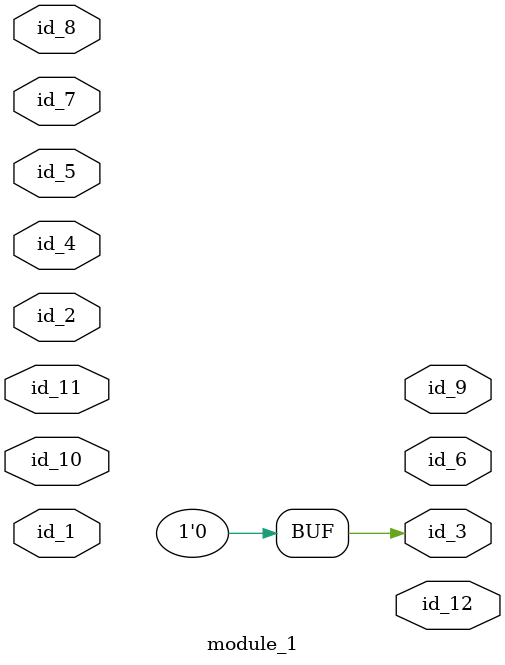
<source format=v>
module module_0 ();
  wire id_1;
endmodule
module module_1 (
    id_1,
    id_2,
    id_3,
    id_4,
    id_5,
    id_6,
    id_7,
    id_8,
    id_9,
    id_10,
    id_11,
    id_12
);
  output wire id_12;
  inout wire id_11;
  input wire id_10;
  output wire id_9;
  inout wire id_8;
  input wire id_7;
  output wire id_6;
  inout wire id_5;
  input wire id_4;
  output wire id_3;
  inout wire id_2;
  input wire id_1;
  initial begin : LABEL_0
    id_3 <= 1'b0;
  end
  module_0 modCall_1 ();
endmodule

</source>
